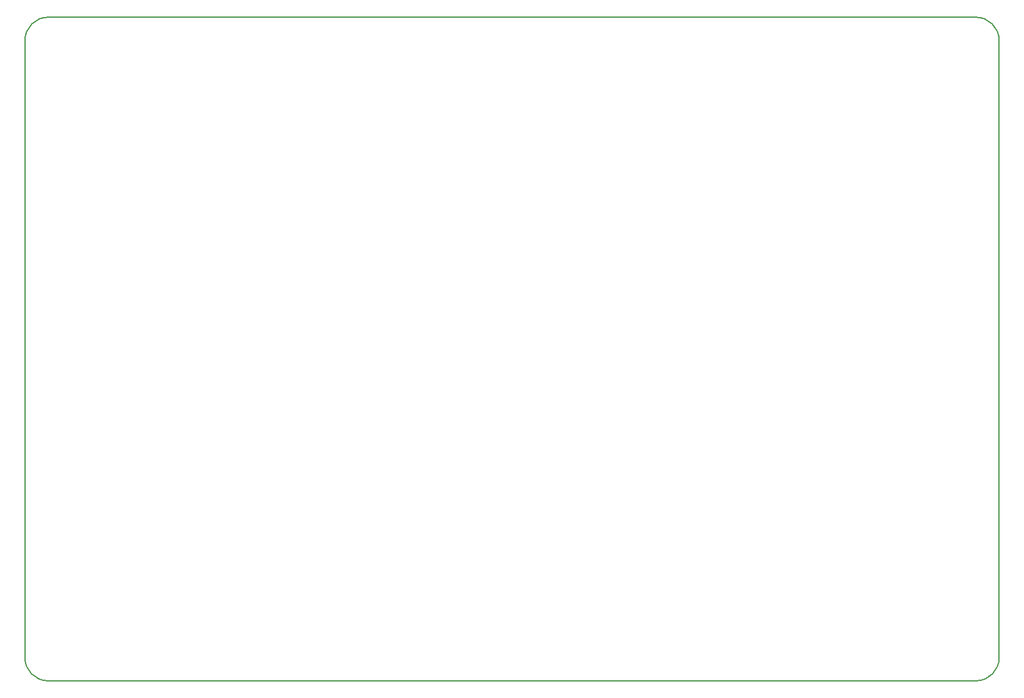
<source format=gbr>
G04 #@! TF.GenerationSoftware,KiCad,Pcbnew,(5.1.9)-1*
G04 #@! TF.CreationDate,2021-02-22T11:59:36-08:00*
G04 #@! TF.ProjectId,UnfolderBuffer,556e666f-6c64-4657-9242-75666665722e,rev?*
G04 #@! TF.SameCoordinates,Original*
G04 #@! TF.FileFunction,Profile,NP*
%FSLAX46Y46*%
G04 Gerber Fmt 4.6, Leading zero omitted, Abs format (unit mm)*
G04 Created by KiCad (PCBNEW (5.1.9)-1) date 2021-02-22 11:59:36*
%MOMM*%
%LPD*%
G01*
G04 APERTURE LIST*
G04 #@! TA.AperFunction,Profile*
%ADD10C,0.150000*%
G04 #@! TD*
G04 APERTURE END LIST*
D10*
X3200000Y0D02*
G75*
G02*
X0Y3200000I0J3200000D01*
G01*
X135000000Y3200000D02*
G75*
G02*
X131800000Y0I-3200000J0D01*
G01*
X131800000Y92000000D02*
G75*
G02*
X135000000Y88800000I0J-3200000D01*
G01*
X0Y88800000D02*
G75*
G02*
X3200000Y92000000I3200000J0D01*
G01*
X3200000Y92000000D02*
X131800000Y92000000D01*
X3200000Y0D02*
X131800000Y0D01*
X135000000Y3200000D02*
X135000000Y88800000D01*
X0Y88800000D02*
X0Y3200000D01*
M02*

</source>
